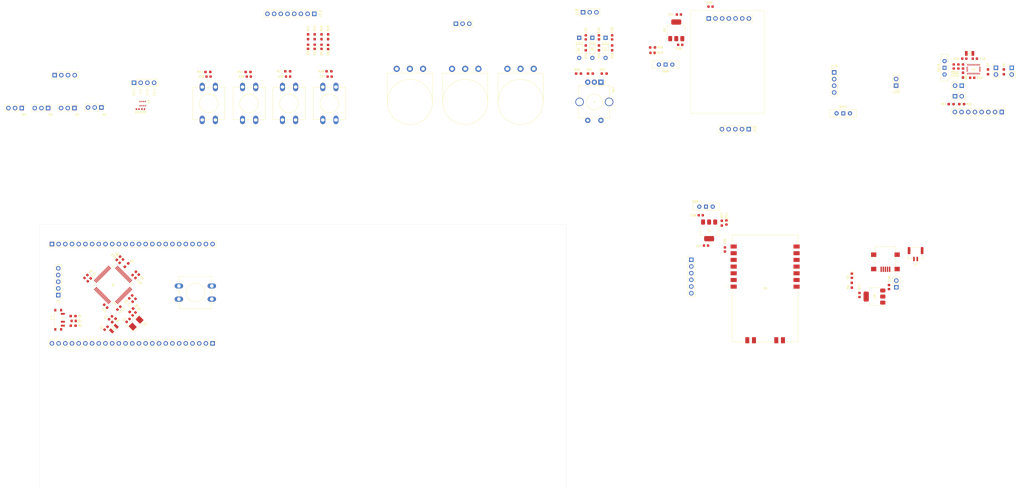
<source format=kicad_pcb>
(kicad_pcb (version 20240108) (generator "pcbnew") (generator_version "8.0")
  (layers (0 "F.Cu" signal) (31 "B.Cu" signal) (34 "B.Paste" user) (35 "F.Paste" user) (36 "B.SilkS" user "B.Silkscreen") (37 "F.SilkS" user "F.Silkscreen") (38 "B.Mask" user) (39 "F.Mask" user) (44 "Edge.Cuts" user))
  (net 0 "")
  (net 1 "GND")
  (net 2 "Net-(C1-Pad1)")
  (net 3 "Net-(U1-PC14-OSC32_IN)")
  (net 4 "Net-(C3-Pad1)")
  (net 5 "Net-(U1-PH0-OSC_IN)")
  (net 6 "NRST")
  (net 7 "+3V3")
  (net 8 "Net-(U1-VCAP1)")
  (net 9 "Net-(U1-VCAP2)")
  (net 10 "+5V")
  (net 11 "Net-(D1-A)")
  (net 12 "Net-(D1-K)")
  (net 13 "Net-(D2-A)")
  (net 14 "USB_D+")
  (net 18 "USB_D-")
  (net 20 "Net-(J2-VBUS)")
  (net 22 "PB14")
  (net 23 "PC5")
  (net 24 "PC4")
  (net 25 "PB12")
  (net 26 "PC8")
  (net 27 "PC6")
  (net 28 "PB15")
  (net 29 "PA6")
  (net 30 "PC7")
  (net 31 "PA10")
  (net 32 "PA8")
  (net 33 "PA7")
  (net 34 "PA5")
  (net 35 "PB11")
  (net 36 "PA9")
  (net 37 "PB13")
  (net 38 "BOOT1")
  (net 39 "Net-(U5-VCC)")
  (net 40 "PB0")
  (net 41 "PC9")
  (net 42 "Net-(J14-Pin_2)")
  (net 43 "SWDIO")
  (net 44 "PA4")
  (net 45 "PB10")
  (net 46 "PB1")
  (net 47 "PA3")
  (net 48 "PB6")
  (net 49 "PB8")
  (net 50 "Net-(U2-XOUT32)")
  (net 51 "PB4")
  (net 52 "PD2")
  (net 53 "PB7")
  (net 54 "PC2")
  (net 55 "PC13")
  (net 56 "Net-(U2-XIN32)")
  (net 57 "PB9")
  (net 58 "PC1")
  (net 59 "Net-(U2-CAP)")
  (net 60 "PC12")
  (net 61 "PA15")
  (net 62 "PA2")
  (net 63 "PC0")
  (net 64 "PA1")
  (net 65 "SWCLK")
  (net 66 "PA0")
  (net 67 "PB3")
  (net 68 "PC3")
  (net 69 "PB5")
  (net 70 "/SENSORS/BTN_3")
  (net 71 "PC11")
  (net 72 "/SENSORS/BTN_4")
  (net 73 "PC10")
  (net 74 "BOOT0")
  (net 75 "Net-(U1-PC15-OSC32_OUT)")
  (net 76 "Net-(U1-PH1-OSC_OUT)")
  (net 77 "/SENSORS/BTN_1")
  (net 78 "/SENSORS/BTN_2")
  (net 79 "Net-(D3-A)")
  (net 80 "Net-(D4-A)")
  (net 81 "Net-(D5-A)")
  (net 82 "Net-(D6-A)")
  (net 83 "Net-(J5-Pin_2)")
  (net 84 "Net-(U2-~{BOOT_LOAD_PIN})")
  (net 85 "Net-(J6-Pin_2)")
  (net 86 "/SENSORS/BNO_08x_PS0_WEAK")
  (net 87 "/SENSORS/BNO_08x_PS1")
  (net 88 "/SENSORS/LED1")
  (net 89 "/SENSORS/LED2")
  (net 90 "/SENSORS/LED3")
  (net 91 "/SENSORS/LED4")
  (net 93 "/SENSORS/SPI_2_MOSI")
  (net 95 "/SENSORS/BNO_08x_CS")
  (net 96 "/SENSORS/SPI_2_SCLK_I2C_SCL_UART_RX")
  (net 100 "/SENSORS/SPI_2_MISO_I2C_SDA_UART_TX")
  (net 101 "/SENSORS/BNO_08x_INT")
  (net 104 "/SENSORS/BNO_08x_RST")
  (net 107 "Net-(J10-Pin_2)")
  (net 108 "Net-(J10-Pin_3)")
  (net 109 "Net-(J10-Pin_1)")
  (net 110 "Net-(J10-Pin_4)")
  (net 111 "/SENSORS/ANT")
  (net 112 "Net-(J11-Pin_4)")
  (net 113 "Net-(J11-Pin_2)")
  (net 114 "Net-(J11-Pin_3)")
  (net 115 "/SENSORS/AUX")
  (net 116 "Net-(J11-Pin_5)")
  (net 117 "Net-(D9-K)")
  (net 118 "Net-(D8-K)")
  (net 119 "Net-(D7-K)")
  (net 120 "Net-(SW8-A)")
  (net 121 "Net-(SW9-A)")
  (net 122 "Net-(D7-A)")
  (net 123 "Net-(D8-A)")
  (net 124 "Net-(D9-A)")
  (net 125 "Net-(D10-A)")
  (net 126 "Net-(D11-A)")
  (net 127 "/SENSORS/DC_disp")
  (net 128 "/SENSORS/RES_disp")
  (net 129 "/SENSORS/SDA_disp")
  (net 130 "/SENSORS/BLK_disp")
  (net 131 "/SENSORS/SCL_disp")
  (net 132 "Net-(J16-Pin_4)")
  (net 133 "Net-(J16-Pin_3)")
  (net 134 "Net-(J16-Pin_1)")
  (net 135 "Net-(J16-Pin_2)")
  (net 136 "Net-(J17-Pin_1)")
  (net 137 "Net-(J17-Pin_3)")
  (net 138 "Net-(J17-Pin_2)")
  (net 139 "Net-(J19-Pin_2)")
  (net 140 "Net-(J19-Pin_3)")
  (net 141 "Net-(J19-Pin_4)")
  (net 144 "Net-(SW10-A)")
  (footprint "Resistor_SMD:R_0603_1608Metric_Pad0.98x0.95mm_HandSolder" (layer "F.Cu") (at 112.330279 66.715633 45)
    (property "Reference" "R5")
    (property "Value" "47")
  )
  (footprint "Package_LGA:LGA-28_5.2x3.8mm_P0.5mm" (layer "F.Cu") (at 431.8875 -24.75)
    (property "Reference" "U2")
    (property "Value" "BNO055")
  )
  (footprint "Resistor_SMD:R_0603_1608Metric_Pad0.98x0.95mm_HandSolder" (layer "F.Cu") (at 90.23 72.575)
    (property "Reference" "R3")
    (property "Value" "1k")
  )
  (footprint "Connector_PinHeader_2.54mm:PinHeader_1x02_P2.54mm_Vertical" (layer "F.Cu") (at 440.3875 -25.275)
    (property "Reference" "J5" (hide yes))
    (property "Value" "Conn_01x02")
  )
  (footprint "Capacitor_SMD:C_0603_1608Metric" (layer "F.Cu") (at 104.405495 69.577676 45)
    (property "Reference" "C1")
    (property "Value" "24p")
  )
  (footprint "Capacitor_SMD:C_0603_1608Metric" (layer "F.Cu") (at 332.080001 -48.5 180)
    (property "Reference" "C30")
    (property "Value" "2.2u")
  )
  (footprint "Resistor_SMD:R_0603_1608Metric_Pad0.98x0.95mm_HandSolder" (layer "F.Cu") (at 294.75 -32.8375 -90)
    (property "Reference" "R20")
    (property "Value" "10k")
  )
  (footprint "Connector_PinHeader_2.54mm:PinHeader_1x02_P2.54mm_Vertical" (layer "F.Cu") (at 402.6 58 180)
    (property "Reference" "J3" (hide yes))
    (property "Value" "power_jumper")
  )
  (footprint "Crystal:Crystal_SMD_5032-2Pin_5.0x3.2mm" (layer "F.Cu") (at 114.130279 71.615632 45)
    (property "Reference" "X1")
    (property "Value" "8MHz 10ppm (X50328MSB2GI)")
  )
  (footprint "Connector_PinHeader_2.54mm:PinHeader_1x03_P2.54mm_Vertical" (layer "F.Cu") (at 90.725 -10.000001 -90)
    (property "Reference" "M2")
    (property "Value" "Motor_Servo")
  )
  (footprint "LED_SMD:LED_0603_1608Metric" (layer "F.Cu") (at 385.7 53.625 -90)
    (property "Reference" "D2")
    (property "Value" "BLU")
  )
  (footprint "Resistor_SMD:R_0603_1608Metric_Pad0.98x0.95mm_HandSolder" (layer "F.Cu") (at 286.5 -23.0875)
    (property "Reference" "R24")
    (property "Value" "10k")
  )
  (footprint "Connector_PinHeader_2.54mm:PinHeader_1x04_P2.54mm_Vertical" (layer "F.Cu") (at 379 -23.54)
    (property "Reference" "J19")
    (property "Value" "Conn_01x04")
  )
  (footprint "Connector_PinHeader_2.54mm:PinHeader_1x08_P2.54mm_Vertical" (layer "F.Cu") (at 181.729999 -45.75 -90)
    (property "Reference" "J13")
    (property "Value" "Conn_01x08")
  )
  (footprint "Capacitor_SMD:C_0603_1608Metric" (layer "F.Cu") (at 112.078287 61.667625 45)
    (property "Reference" "C6")
    (property "Value" "2.2u")
  )
  (footprint "Resistor_SMD:R_0603_1608Metric_Pad0.98x0.95mm_HandSolder" (layer "F.Cu") (at 179.37 -37.07 90)
    (property "Reference" "R12")
    (property "Value" "2k2")
  )
  (footprint "Capacitor_SMD:C_0603_1608Metric" (layer "F.Cu") (at 328.37 30.665)
    (property "Reference" "C36")
    (property "Value" "2.2u")
  )
  (footprint "Connector_PinHeader_2.54mm:PinHeader_1x03_P2.54mm_Vertical" (layer "F.Cu") (at 235.46 -42 90)
    (property "Reference" "J17" (hide yes))
    (property "Value" "Conn_01x03")
  )
  (footprint "Capacitor_SMD:C_0603_1608Metric" (layer "F.Cu") (at 428.3875 -28.75 180)
    (property "Reference" "C16")
    (property "Value" "22p")
  )
  (footprint "Diode_THT:D_DO-35_SOD27_P7.62mm_Horizontal" (layer "F.Cu") (at 282.25 -36.647499 -90)
    (property "Reference" "D9")
    (property "Value" "1N4148")
  )
  (footprint "Button_Switch_THT:SW_PUSH-12mm" (layer "F.Cu") (at 184.95 -5.5 90)
    (property "Reference" "SW4" (hide yes))
    (property "Value" "SW_Push")
  )
  (footprint "Connector_PinHeader_2.54mm:PinHeader_1x03_P2.54mm_Vertical" (layer "F.Cu") (at 70.725001 -10 -90)
    (property "Reference" "M4")
    (property "Value" "Motor_Servo")
  )
  (footprint "Diode_THT:D_DO-35_SOD27_P7.62mm_Horizontal" (layer "F.Cu") (at 287.25 -36.647499 -90)
    (property "Reference" "D8")
    (property "Value" "1N4148")
  )
  (footprint "Capacitor_SMD:C_0603_1608Metric" (layer "F.Cu") (at 427.8975 -25.775 90)
    (property "Reference" "C21")
    (property "Value" "100n")
  )
  (footprint "Capacitor_SMD:C_0603_1608Metric" (layer "F.Cu") (at 102.578287 65.167625 -45)
    (property "Reference" "C11")
    (property "Value" "2.2u")
  )
  (footprint "LED_SMD:LED_0603_1608Metric" (layer "F.Cu") (at 184.47 -33.27 90)
    (property "Reference" "D5")
    (property "Value" "BLU")
  )
  (footprint "Resistor_SMD:R_0603_1608Metric_Pad0.98x0.95mm_HandSolder" (layer "F.Cu") (at 336.37 33.665 90)
    (property "Reference" "R27")
    (property "Value" "2k2")
  )
  (footprint "Capacitor_SMD:C_0402_1005Metric" (layer "F.Cu") (at 116.82 -9.6 180)
    (property "Reference" "C23")
    (property "Value" "100n")
  )
  (footprint "Package_LGA:Bosch_LGA-8_2x2.5mm_P0.65mm_ClockwisePinNumbering" (layer "F.Cu") (at 116.62 -11.699999)
    (property "Reference" "U4")
    (property "Value" "BMP280")
  )
  (footprint "Potentiometer_THT:Potentiometer_Omeg_PC16BU_Vertical" (layer "F.Cu") (at 213 -24.9 -90)
    (property "Reference" "RV3" (hide yes))
    (property "Value" "R_Potentiometer")
  )
  (footprint "Potentiometer_THT:Potentiometer_Omeg_PC16BU_Vertical" (layer "F.Cu") (at 234 -24.9 -90)
    (property "Reference" "RV2" (hide yes))
    (property "Value" "R_Potentiometer")
  )
  (footprint "Connector_PinHeader_2.54mm:PinHeader_1x25_P2.54mm_Vertical" (layer "F.Cu") (at 143.13 79.295125 -90)
    (property "Reference" "J4" (hide yes))
    (property "Value" "Conn_01x25")
  )
  (footprint "Capacitor_SMD:C_0603_1608Metric" (layer "F.Cu") (at 320.58 -34)
    (property "Reference" "C35")
    (property "Value" "2.2u")
  )
  (footprint "Capacitor_SMD:C_0603_1608Metric" (layer "F.Cu") (at 289.75 -36.8375 90)
    (property "Reference" "C32")
    (property "Value" "10n")
  )
  (footprint "Connector_PinHeader_2.54mm:PinHeader_1x03_P2.54mm_Vertical" (layer "F.Cu") (at 100.939555 -10.214555 -90)
    (property "Reference" "M1")
    (property "Value" "Motor_Servo")
  )
  (footprint "Button_Switch_THT:SW_PUSH-12mm" (layer "F.Cu") (at 154.5 -5.5 90)
    (property "Reference" "SW6" (hide yes))
    (property "Value" "SW_Push")
  )
  (footprint "Button_Switch_THT:SW_Slide-03_Wuerth-WS-SLTV_10x2.5x6.4_P2.54mm" (layer "F.Cu") (at 420.8875 -25.29 -90)
    (property "Reference" "SW10")
    (property "Value" "SW_Push_SPDT")
  )
  (footprint "Button_Switch_THT:SW_PUSH-12mm" (layer "F.Cu") (at 142.85 62.5 180)
    (property "Reference" "SW2" (hide yes))
    (property "Value" "SW_Push")
  )
  (footprint "Resistor_SMD:R_0603_1608Metric_Pad0.98x0.95mm_HandSolder" (layer "F.Cu") (at 184.47 -37.07 90)
    (property "Reference" "R16")
    (property "Value" "2k2")
  )
  (footprint "Connector_PinHeader_2.54mm:PinHeader_1x05_P2.54mm_Vertical" (layer "F.Cu") (at 346.580001 -2 -90)
    (property "Reference" "J15")
    (property "Value" "Conn_01x05")
  )
  (footprint "Button_Switch_SMD:SW_SPDT_PCM12" (layer "F.Cu") (at 84.885 70.325 -90)
    (property "Reference" "SW1" (hide yes))
    (property "Value" "SW_SPDT")
  )
  (footprint "LED_SMD:LED_0603_1608Metric" (layer "F.Cu") (at 181.87 -33.27 90)
    (property "Reference" "D4")
    (property "Value" "BLU")
  )
  (footprint "Capacitor_SMD:C_0603_1608Metric" (layer "F.Cu") (at 426.1375 -25.775 90)
    (property "Reference" "C20")
    (property "Value" "100n")
  )
  (footprint "Capacitor_SMD:C_0603_1608Metric" (layer "F.Cu") (at 337.55 43.65 -90)
    (property "Reference" "C25")
    (property "Value" "2.2u")
  )
  (footprint "Connector_PinHeader_2.54mm:PinHeader_1x02_P2.54mm_Vertical" (layer "F.Cu") (at 402.5 -18.5 180)
    (property "Reference" "J20")
    (property "Value" "Conn_01x02")
  )
  (footprint "Connector_PinHeader_2.54mm:PinHeader_1x04_P2.54mm_Vertical" (layer "F.Cu") (at 113.320001 -19.6 90)
    (property "Reference" "J10" (hide yes))
    (property "Value" "Conn_01x04")
  )
  (footprint "Capacitor_SMD:C_0603_1608Metric" (layer "F.Cu") (at 102.70844 73.537474 -135)
    (property "Reference" "C2")
    (property "Value" "24p")
  )
  (footprint "Button_Switch_THT:SW_PUSH-12mm" (layer "F.Cu") (at 139.2 -5.5 90)
    (property "Reference" "SW5" (hide yes))
    (property "Value" "SW_Push")
  )
  (footprint "Capacitor_SMD:C_0603_1608Metric" (layer "F.Cu") (at 113.328287 53.917625 135)
    (property "Reference" "C10")
    (property "Value" "2.2u")
  )
  (footprint "Package_TO_SOT_SMD:SOT-223-3_TabPin2" (layer "F.Cu") (at 331.55 36.4 -90)
    (property "Reference" "U7")
    (property "Value" "AMS1117-3.3")
  )
  (footprint "Resistor_SMD:R_0603_1608Metric_Pad0.98x0.95mm_HandSolder" (layer "F.Cu") (at 181.87 -37.07 90)
    (property "Reference" "R15")
    (property "Value" "2k2")
  )
  (footprint "Capacitor_SMD:C_0603_1608Metric" (layer "F.Cu") (at 388.6 60.925 -90)
    (property "Reference" "C17")
    (property "Value" "2.2u")
  )
  (footprint "Button_Switch_THT:SW_Slide-03_Wuerth-WS-SLTV_10x2.5x6.4_P2.54mm" (layer "F.Cu") (at 330.369999 27.415 180)
    (property "Reference" "SW9")
    (property "Value" "SW_Push_SPDT")
  )
  (footprint "Capacitor_SMD:C_0603_1608Metric" (layer "F.Cu") (at 113.328287 62.917625 45)
    (property "Reference" "C7")
    (property "Value" "2.2u")
  )
  (footprint "Package_QFP:LQFP-64_10x10mm_P0.5mm" (layer "F.Cu") (at 105.373286 57.095125 135)
    (property "Reference" "U1")
    (property "Value" "STM32F405RGT6")
  )
  (footprint "Capacitor_SMD:C_0603_1608Metric" (layer "F.Cu") (at 399.8 57.925 -90)
    (property "Reference" "C18")
    (property "Value" "2.2u")
  )
  (footprint "Capacitor_SMD:C_0603_1608Metric" (layer "F.Cu") (at 424.3875 -25.775 -90)
    (property "Reference" "C19")
    (property "Value" "2.2u")
  )
  (footprint "Resistor_SMD:R_0603_1608Metric_Pad0.98x0.95mm_HandSolder" (layer "F.Cu") (at 310.080001 -33)
    (property "Reference" "R26")
    (property "Value" "2k2")
  )
  (footprint "Capacitor_SMD:C_0603_1608Metric" (layer "F.Cu") (at 113.330279 68.115633 45)
    (property "Reference" "C3")
    (property "Value" "15p")
  )
  (footprint "Capacitor_SMD:C_0603_1608Metric" (layer "F.Cu") (at 111.078287 70.567625 -135)
    (property "Reference" "C4")
    (property "Value" "15p")
  )
  (footprint "Capacitor_SMD:C_0603_1608Metric" (layer "F.Cu") (at 432.3875 -28.75)
    (property "Reference" "C15")
    (property "Value" "22p")
  )
  (footprint "Resistor_SMD:R_0603_1608Metric_Pad0.98x0.95mm_HandSolder" (layer "F.Cu") (at 156.6 -23.7)
    (property "Reference" "R14")
    (property "Value" "1k")
  )
  (footprint "Resistor_SMD:R_0603_1608Metric_Pad0.98x0.95mm_HandSolder" (layer "F.Cu") (at 289.75 -32.8375 -90)
    (property "Reference" "R21")
    (property "Value" "10k")
  )
  (footprint "Capacitor_SMD:C_0603_1608Metric" (layer "F.Cu") (at 187.55 -21.95 180)
    (property "Reference" "C27")
    (property "Value" "100n")
  )
  (footprint "Rotary_Encoder:RotaryEncoder_Alps_EC11E-Switch_Vertical_H20mm_CircularMountingHoles" (layer "F.Cu") (at 290.5 -19.8375 -90)
    (property "Reference" "SW7")
    (property "Value" "RotaryEncoder_Switch")
  )
  (footprint "Capacitor_SMD:C_0603_1608Metric" (layer "F.Cu") (at 431.3875 -21.5 180)
    (property "Reference" "C22")
    (property "Value" "100n")
  )
  (footprint "Crystal:Crystal_SMD_3215-2Pin_3.2x1.5mm" (layer "F.Cu") (at 430.3875 -30.75 180)
    (property "Reference" "Y2")
    (property "Value" "32.768")
  )
  (footprint "LED_SMD:LED_0603_1608Metric" (layer "F.Cu") (at 310.070001 -30.95 180)
    (property "Reference" "D10")
    (property "Value" "BLU")
  )
  (footprint "Capacitor_SMD:C_0402_1005Metric" (layer "F.Cu") (at 114.72 -9.6 180)
    (property "Reference" "C24")
    (property "Value" "100n")
  )
  (footprint "Potentiometer_THT:Potentiometer_Omeg_PC16BU_Vertical" (layer "F.Cu") (at 255 -24.900001 -90)
    (property "Reference" "RV1" (hide yes))
    (property "Value" "R_Potentiometer")
  )
  (footprint "Connector_PinHeader_2.54mm:PinHeader_1x05_P2.54mm_Vertical" (layer "F.Cu") (at 84.573286 60.975124 180)
    (property "Reference" "P1")
    (property "Value" "SWD")
  )
  (footprint "Resistor_SMD:R_0603_1608Metric_Pad0.98x0.95mm_HandSolder" (layer "F.Cu") (at 385.7 57.225 -90)
    (property "Reference" "R6")
    (property "Value" "2k2")
  )
  (footprint "Capacitor_SMD:C_0603_1608Metric" (layer "F.Cu") (at 107.578287 65.917625 45)
    (property "Reference" "C12")
    (property "Value" "2.2u")
  )
  (footprint "Button_Switch_THT:SW_Slide-03_Wuerth-WS-SLTV_10x2.5x6.4_P2.54mm" (layer "F.Cu") (at 315.040001 -26.5 180)
    (property "Reference" "SW8")
    (property "Value" "SW_Push_SPDT")
  )
  (footprint "Resistor_SMD:R_0603_1608Metric_Pad0.98x0.95mm_HandSolder" (layer "F.Cu") (at 141.35 -23.7)
    (property "Reference" "R13")
    (property "Value" "1k")
  )
  (footprint "Capacitor_SMD:C_0603_1608Metric" (layer "F.Cu") (at 294.75 -36.8375 90)
    (property "Reference" "C33")
    (property "Value" "10n")
  )
  (footprint "Capacitor_SMD:C_0603_1608Metric" (layer "F.Cu") (at 330.369999 42.165)
    (property "Reference" "C37")
    (property "Value" "2.2u")
  )
  (footprint "Connector_PinHeader_2.54mm:PinHeader_1x02_P2.54mm_Vertical" (layer "F.Cu") (at 424.8625 -14.5 90)
    (property "Reference" "J8" (hide yes))
    (property "Value" "Conn_01x02")
  )
  (footprint "Resistor_SMD:R_0603_1608Metric_Pad0.98x0.95mm_HandSolder" (layer "F.Cu") (at 187.3 -23.95)
    (property "Reference" "R18")
    (property "Value" "10k")
  )
  (footprint "Resistor_SMD:R_0603_1608Metric_Pad0.98x0.95mm_HandSolder" (layer "F.Cu") (at 437.3875 -23.75 -90)
    (property "Reference" "R7")
    (property "Value" "2.2k")
  )
  (footprint "Resistor_SMD:R_0603_1608Metric_Pad0.98x0.95mm_HandSolder" (layer "F.Cu") (at 427.3875 -11.5 180)
    (property "Reference" "R10")
    (property "Value" "10k")
  )
  (footprint "Capacitor_SMD:C_0603_1608Metric" (layer "F.Cu") (at 171.775 -21.95 180)
    (property "Reference" "C26")
    (property "Value" "100n")
  )
  (footprint "Capacitor_SMD:C_0603_1608Metric" (layer "F.Cu") (at 141.6 -21.95 180)
    (property "Reference" "C28")
    (property "Value" "100n")
  )
  (footprint "E22-900T30S:XCVR_E22-900T30S" (layer "F.Cu") (at 352.8 58.4)
    (property "Reference" "U5")
    (property "Value" "E32-915T30S")
  )
  (footprint "Capacitor_SMD:C_0603_1608Metric" (layer "F.Cu") (at 156.875 -21.95 180)
    (property "Reference" "C29")
    (property "Value" "100n")
  )
  (footprint "Capacitor_SMD:C_0603_1608Metric" (layer "F.Cu") (at 107.328287 48.167624 -45)
    (property "Reference" "C13")
    (property "Value" "2.2u")
  )
  (footprint "Capacitor_SMD:C_0603_1608Metric" (layer "F.Cu") (at 114.578287 52.667625 -45)
    (property "Reference" "C5")
    (property "Value" "100n")
  )
  (footprint "Resistor_SMD:R_0603_1608Metric_Pad0.98x0.95mm_HandSolder" (layer "F.Cu") (at 427.8875 -22.5 -90)
    (property "Reference" "R8")
    (property "Value" "10k")
  )
  (footprint "Connector_PinHeader_2.54mm:PinHeader_1x03_P2.54mm_Vertical" (layer "F.Cu") (at 80.725001 -10 -90)
    (property "Reference" "M3")
    (property "Value" "Motor_Servo")
  )
  (footprint "Resistor_SMD:R_0603_1608Metric_Pad0.98x0.95mm_HandSolder" (layer "F.Cu") (at 186.97 -37.07 90)
    (property "Reference" "R19")
    (property "Value" "2k2")
  )
  (footprint "Capacitor_SMD:C_0603_1608Metric" (layer "F.Cu") (at 320.080002 -45.5 180)
    (property "Reference" "C34")
    (property "Value" "2.2u")
  )
  (footprint "LED_SMD:LED_0603_1608Metric" (layer "F.Cu") (at 338.12 33.415001 -90)
    (property "Reference" "D11")
    (property "Value" "BLU")
  )
  (footprint "Resistor_SMD:R_0603_1608Metric_Pad0.98x0.95mm_HandSolder" (layer "F.Cu") (at 423.3875 -11.5 180)
    (property "Reference" "R11")
    (property "Value" "10k")
  )
  (footprint "Connector_PinHeader_2.54mm:PinHeader_1x02_P2.54mm_Vertical" (layer "F.Cu") (at 427.4125 -18.5 -90)
    (property "Reference" "J7" (hide yes))
    (property "Value" "Conn_01x02")
  )
  (footprint "Connector_PinHeader_2.54mm:PinHeader_1x02_P2.54mm_Vertical" (layer "F.Cu") (at 446.3875 -25.275)
    (property "Reference" "J6" (hide yes))
    (property "Value" "Conn_01x02")
  )
  (footprint "Button_Switch_THT:SW_PUSH-12mm" (layer "F.Cu") (at 169.65 -5.5 90)
    (property "Reference" "SW3" (hide yes))
    (property "Value" "SW_Push")
  )
  (footprint "Capacitor_SMD:C_0603_1608Metric" (layer "F.Cu") (at 284.75 -36.8375 90)
    (property "Reference" "C31")
    (property "Value" "10n")
  )
  (footprint "Capacitor_SMD:C_0603_1608Metric" (layer "F.Cu") (at 108.578287 46.917624 135)
    (property "Reference" "C8")
    (property "Value" "2.2u")
  )
  (footprint "Resistor_SMD:R_0603_1608Metric_Pad0.98x0.95mm_HandSolder" (layer "F.Cu") (at 443.3875 -23.75 -90)
    (property "Reference" "R9")
    (property "Value" "2.2k")
  )
  (footprint "Resistor_SMD:R_0603_1608Metric_Pad0.98x0.95mm_HandSolder" (layer "F.Cu") (at 284.75 -32.8375 -90)
    (property "Reference" "R22")
    (property "Value" "10k")
  )
  (footprint "Connector_PinHeader_2.54mm:PinHeader_1x25_P2.54mm_Vertical" (layer "F.Cu") (at 82.18 41.6 90)
    (property "Reference" "J12" (hide yes))
    (property "Value" "Conn_01x25")
  )
  (footprint "Resistor_SMD:R_0603_1608Metric_Pad0.98x0.95mm_HandSolder" (layer "F.Cu") (at 282 -23.0875 180)
    (property "Reference" "R25")
    (property "Value" "10k")
  )
  (footprint "LED_SMD:LED_0603_1608Metric" (layer "F.Cu") (at 186.97 -33.182499 90)
    (property "Reference" "D6")
    (property "Value" "BLU")
  )
  (footprint "Resistor_SMD:R_0603_1608Metric_Pad0.98x0.95mm_HandSolder" (layer "F.Cu") (at 171.6375 -23.95)
    (property "Reference" "R17")
    (property "Value" "10k")
  )
  (footprint "Connector_PinHeader_2.54mm:PinHeader_1x03_P2.54mm_Vertical" (layer "F.Cu") (at 283.71 -46.3375 90)
    (property "Reference" "J18")
    (property "Value" "Conn_01x03")
  )
  (footprint "Connector_PinHeader_2.54mm:PinHeader_1x07_P2.54mm_Vertical" (layer "F.Cu") (at 331.420001 -44 90)
    (property "Reference" "J14" (hide yes))
    (property "Value" "Conn_01x07")
  )
  (footprint "Resistor_SMD:R_0603_1608Metric_Pad0.98x0.95mm_HandSolder" (layer "F.Cu") (at 291.75 -23.0875)
    (property "Reference" "R23")
    (property "Value" "10k")
  )
  (footprint "Connector_PinHeader_2.54mm:PinHeader_1x04_P2.54mm_Vertical" (layer "F.Cu") (at 83.2 -22.5 90)
    (property "Reference" "J16" (hide yes))
    (property "Value" "Conn_01x04")
  )
  (footprint "Package_TO_SOT_SMD:SOT-223-3_TabPin2" (layer "F.Cu") (at 319.080001 -39.5 90)
    (property "Reference" "U6")
    (property "Value" "AMS1117-3.3")
  )
  (footprint "Capacitor_SMD:C_0603_1608Metric" (layer "F.Cu") (at 95.078287 53.917624 -135)
    (property "Reference" "C9")
    (property "Value" "2.2u")
  )
  (footprint "Resistor_SMD:R_0603_1608Metric_Pad0.98x0.95mm_HandSolder" (layer "F.Cu") (at 90.21 68.925)
    (property "Reference" "R1")
    (property "Value" "10k")
  )
  (footprint "LED_SMD:LED_0603_1608Metric" (layer "F.Cu") (at 90.43 70.775 180)
    (property "Reference" "D1")
    (property "Value" "RED")
  )
  (footprint "Package_TO_SOT_SMD:SOT-223-3_TabPin2" (layer "F.Cu") (at 394.3 61.525 180)
    (property "Reference" "U3")
    (property "Value" "AMS1117-3.3")
  )
  (footprint "Connector_PinHeader_2.54mm:PinHeader_1x06_P2.54mm_Vertical" (layer "F.Cu") (at 324.8 47.55)
    (property "Reference" "J11" (hide yes))
    (property "Value" "Conn_01x06")
  )
  (footprint "Connector_PinHeader_2.54mm:PinHeader_1x08_P2.54mm_Vertical" (layer "F.Cu") (at 442.5875 -8.5 -90)
    (property "Reference" "J9" (hide yes))
    (property "Value" "Conn_01x08")
  )
  (footprint "Resistor_SMD:R_0603_1608Metric_Pad0.98x0.95mm_HandSolder" (layer "F.Cu") (at 105.678288 70.567625 45)
    (property "Reference" "R4")
    (property "Value" "47")
  )
  (footprint "Connector_USB:USB_Mini-B_Lumberg_2486_01_Horizontal" (layer "F.Cu") (at 398.45 48.475 180)
    (property "Reference" "J2" (hide yes))
    (property "Value" "USB_B_Micro")
  )
  (footprint "Crystal:Crystal_SMD_3215-2Pin_3.2x1.5mm" (layer "F.Cu") (at 105.678287 73.678895 -135)
    (property "Reference" "Y1")
    (property "Value" "32.768")
  )
  (footprint "LED_SMD:LED_0603_1608Metric" (layer "F.Cu") (at 179.37 -33.282499 90)
    (property "Reference" "D3")
    (property "Value" "BLU")
  )
  (footprint "Capacitor_SMD:C_0603_1608Metric" (layer "F.Cu") (at 96.328288 55.167624 45)
    (property "Reference" "C14")
    (property "Value" "2.2u")
  )
  (footprint "Resistor_SMD:R_0603_1608Metric_Pad0.98x0.95mm_HandSolder" (layer "F.Cu") (at 110.478288 49.567624 45)
    (property "Reference" "R2")
    (property "Value" "10k")
  )
  (footprint "Connector_JST:JST_GH_SM02B-GHS-TB_1x02-1MP_P1.25mm_Horizontal" (layer "F.Cu") (at 409.9 45.425 180)
    (property "Reference" "J1")
    (property "Value" "VIN")
  )
  (footprint "Button_Switch_THT:SW_Slide-03_Wuerth-WS-SLTV_10x2.5x6.4_P2.54mm" (layer "F.Cu") (at 382.46 -8)
    (property "Reference" "SW11")
    (property "Value" "SW_Push_SPDT")
  )
  (footprint "Diode_THT:D_DO-35_SOD27_P7.62mm_Horizontal" (layer "F.Cu") (at 292.25 -36.647499 -90)
    (property "Reference" "D7")
    (property "Value" "1N4148")
  )
  (gr_rect (start 324.5 -47) (end 352.5 -8) (stroke (width 0.1)) (fill none) (layer "F.SilkS"))
  (gr_rect (start 77.3475 34.185) (end 277.3475 134.185) (stroke (width 0.05)) (fill none) (layer "Edge.Cuts"))
  (gr_text "CSB" (at 112.62 -17.6 -90) (layer "F.SilkS") (effects (font (size 1 1) (thickness 0.1)) (justify left bottom)))
  (gr_text "SDI" (at 115.12 -17.5 -90) (layer "F.SilkS") (effects (font (size 1 1) (thickness 0.1)) (justify left bottom)))
  (gr_text "SCK" (at 117.72 -17.5 -90) (layer "F.SilkS") (effects (font (size 1 1) (thickness 0.1)) (justify left bottom)))
  (gr_text "SDO" (at 120.42 -17.5 -90) (layer "F.SilkS") (effects (font (size 1 1) (thickness 0.1)) (justify left bottom)))
  (segment (start 429.6375 -23.0875) (end 429.6375 -23) (width 0.2) (layer "F.Cu") (net 86))
)
</source>
